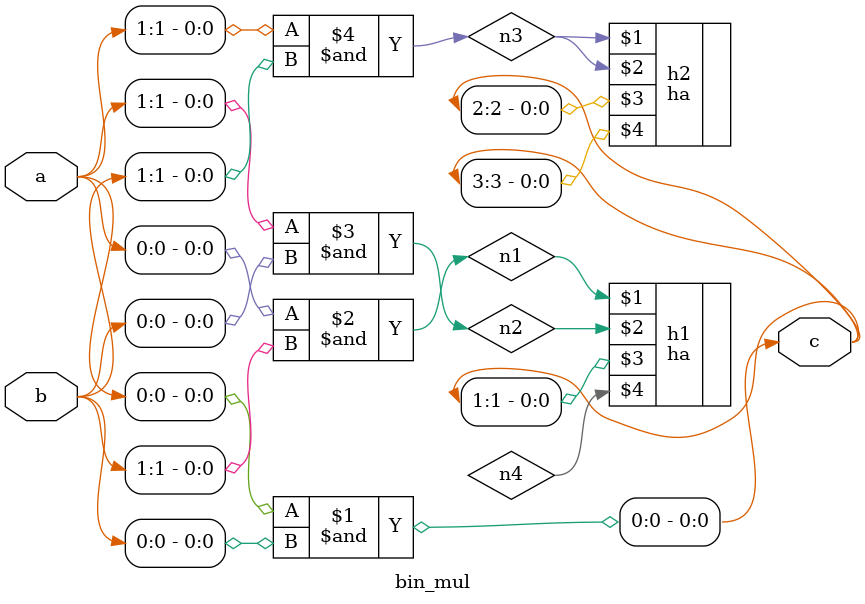
<source format=sv>
module bin_mul(a,b,c);
input logic[1:0] a,b;
output logic[3:0] c;
logic n1,n2,n3,n4;
and(c[0],a[0],b[0]);
and(n1,a[0],b[1]);
and(n2,a[1],b[0]);
and(n3,a[1],b[1]);
ha h1(n1,n2,c[1],n4);
ha h2(n3,n3,c[2],c[3]);
endmodule

</source>
